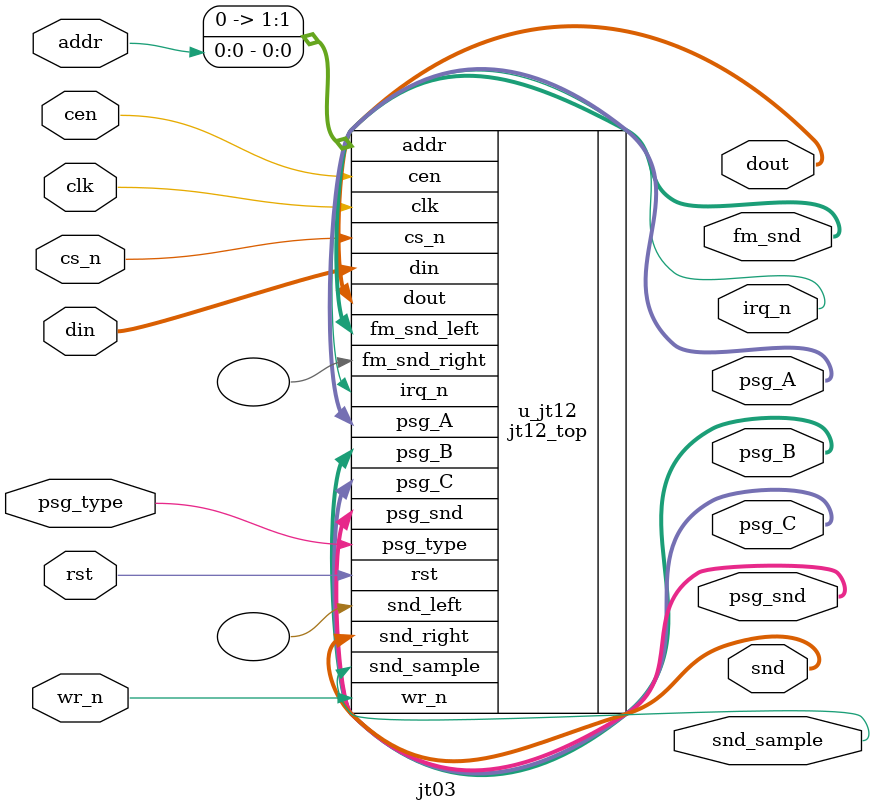
<source format=v>
/* This file is part of JT12.

 
    JT12 program is free software: you can redistribute it and/or modify
    it under the terms of the GNU General Public License as published by
    the Free Software Foundation, either version 3 of the License, or
    (at your option) any later version.

    JT12 program is distributed in the hope that it will be useful,
    but WITHOUT ANY WARRANTY; without even the implied warranty of
    MERCHANTABILITY or FITNESS FOR A PARTICULAR PURPOSE.  See the
    GNU General Public License for more details.

    You should have received a copy of the GNU General Public License
    along with JT12.  If not, see <http://www.gnu.org/licenses/>.

    Author: Jose Tejada Gomez. Twitter: @topapate
    Version: 1.0
    Date: 27-12-2018
*/

// Wrapper to output only combined channels. Defaults to YM2203 mode.



module jt03(
    input           rst,        // rst should be at least 6 clk&cen cycles long
    input           clk,        // CPU clock
    input           cen,        // optional clock enable, it not needed leave as 1'b1
    input   [7:0]   din,
    input           addr,
    input           cs_n,
    input           wr_n,

    input           psg_type,

    output  [7:0]   dout,
    output          irq_n,

    // Separated output
    output          [ 7:0] psg_A,
    output          [ 7:0] psg_B,
    output          [ 7:0] psg_C,
    output  signed  [15:0] fm_snd,
    // combined output
    output          [ 9:0] psg_snd,    
    output  signed  [15:0] snd,
    output          snd_sample
);

jt12_top #(.use_lfo(0),.use_ssg(1), .num_ch(3), .use_pcm(0), .use_lr(0)) 
u_jt12(
    .rst            ( rst          ),        // rst should be at least 6 clk&cen cycles long
    .clk            ( clk          ),        // CPU clock
    .cen            ( cen          ),        // optional clock enable, it not needed leave as 1'b1
    .din            ( din          ),
    .addr           ( {1'b0, addr} ),
    .cs_n           ( cs_n         ),
    .wr_n           ( wr_n         ),

    .psg_type       ( psg_type     ),

    .dout           ( dout         ),
    .irq_n          ( irq_n        ),
    // Separated output
    .psg_A          ( psg_A        ),
    .psg_B          ( psg_B        ),
    .psg_C          ( psg_C        ),
    .psg_snd        ( psg_snd      ),    
    .fm_snd_left    ( fm_snd       ),
    .fm_snd_right   (),

    .snd_right      ( snd          ),
    .snd_left       (),
    .snd_sample     ( snd_sample   )
);

endmodule // jt03

</source>
